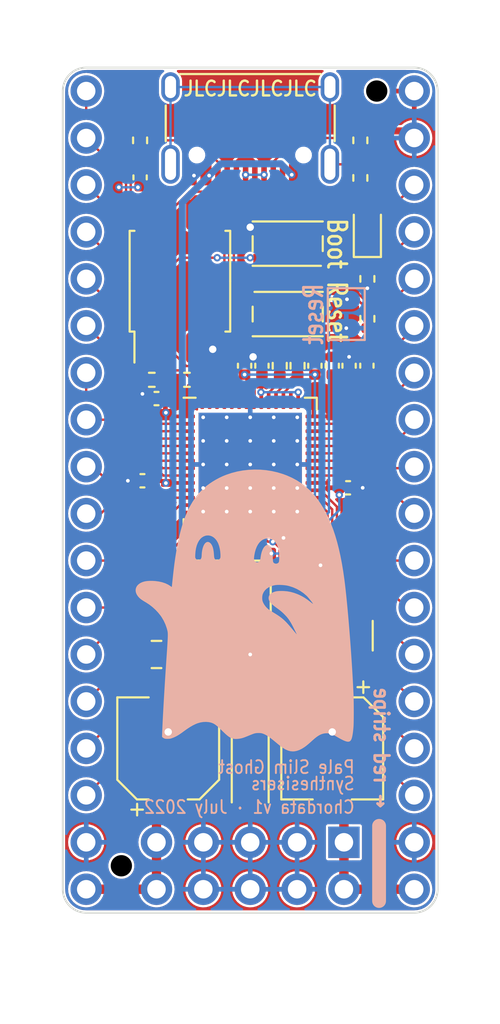
<source format=kicad_pcb>
(kicad_pcb (version 20211014) (generator pcbnew)
  (layers (0 "F.Cu" signal) (31 "B.Cu" signal) (34 "B.Paste" user) (35 "F.Paste" user) (36 "B.SilkS" user "B.Silkscreen") (37 "F.SilkS" user "F.Silkscreen") (38 "B.Mask" user) (39 "F.Mask" user) (44 "Edge.Cuts" user))
  (net 0 "")
  (net 1 "+1V1")
  (net 2 "GND")
  (net 3 "+3V3")
  (net 4 "Net-(C10-Pad1)")
  (net 5 "+12V")
  (net 6 "-12V")
  (net 7 "/XIN")
  (net 8 "Net-(C19-Pad1)")
  (net 9 "VBUS")
  (net 10 "Net-(J1-PadA5)")
  (net 11 "/USB_D-")
  (net 12 "/USB_D+")
  (net 14 "Net-(J1-PadB5)")
  (net 16 "Net-(J1-PadS1)")
  (net 17 "Net-(R3-Pad2)")
  (net 18 "Net-(R5-Pad2)")
  (net 19 "/QSPI_SS")
  (net 20 "Net-(R7-Pad2)")
  (net 21 "/RUN")
  (net 22 "/XOUT")
  (net 24 "/GPIO0")
  (net 25 "/GPIO1")
  (net 26 "/GPIO2")
  (net 27 "/GPIO3")
  (net 28 "/GPIO4")
  (net 29 "/GPIO5")
  (net 30 "/GPIO6")
  (net 31 "/GPIO7")
  (net 32 "/GPIO8")
  (net 33 "/GPIO9")
  (net 34 "/GPIO10")
  (net 35 "/GPIO11")
  (net 36 "/GPIO12")
  (net 37 "/GPIO13")
  (net 38 "/GPIO14")
  (net 39 "/GPIO15")
  (net 40 "/SWCLK")
  (net 41 "/SWD")
  (net 42 "/GPIO16")
  (net 43 "/GPIO17")
  (net 44 "/GPIO18")
  (net 45 "/GPIO19")
  (net 46 "/GPIO20")
  (net 47 "/GPIO21")
  (net 48 "/GPIO22")
  (net 49 "/GPIO23")
  (net 50 "/GPIO24")
  (net 51 "/GPIO25")
  (net 52 "/GPIO26_ADC0")
  (net 53 "/GPIO27_ADC1")
  (net 54 "/GPIO28_ADC2")
  (net 55 "/GPIO29_ADC3")
  (net 56 "/QSPI_SD3")
  (net 57 "/QSPI_SCLK")
  (net 58 "/QSPI_SD0")
  (net 59 "/QSPI_SD2")
  (net 60 "/QSPI_SD1")
  (net 61 "Net-(D3-Pad1)")
  (footprint "Capacitor_SMD:C_0402_1005Metric" (layer "F.Cu") (at 101.2952 49.149 90)
    (fp_text reference "C2")
    (fp_text value "100n")
  )
  (footprint "Capacitor_SMD:C_0805_2012Metric" (layer "F.Cu") (at 99.314 65.151 90)
    (fp_text reference "C10")
    (fp_text value "10u")
  )
  (footprint "Resistor_SMD:R_0402_1005Metric" (layer "F.Cu") (at 98.171 49.911)
    (fp_text reference "R6")
    (fp_text value "DNF")
  )
  (footprint "Capacitor_SMD:C_0805_2012Metric" (layer "F.Cu") (at 96.52 64.77)
    (fp_text reference "C14")
    (fp_text value "10u")
  )
  (footprint "Resistor_SMD:R_0402_1005Metric" (layer "F.Cu") (at 104.1654 49.149 -90)
    (fp_text reference "R5")
    (fp_text value "22")
  )
  (footprint "Capacitor_SMD:C_0402_1005Metric" (layer "F.Cu") (at 105.1052 49.149 90)
    (fp_text reference "C12")
    (fp_text value "1u")
  )
  (footprint "Capacitor_SMD:C_0402_1005Metric" (layer "F.Cu") (at 107.9246 49.1464 90)
    (fp_text reference "C5")
    (fp_text value "100n")
  )
  (footprint "Diode_SMD:D_SOD-123" (layer "F.Cu") (at 101.6 66.421 90)
    (fp_text reference "D2")
    (fp_text value "D_Schottky")
  )
  (footprint "Connector_PinHeader_2.54mm:PinHeader_1x18_P2.54mm_Vertical" (layer "F.Cu") (at 110.49 77.47 180)
    (fp_text reference "J4")
    (fp_text value "Conn_01x18")
  )
  (footprint "Capacitor_SMD:C_0402_1005Metric" (layer "F.Cu") (at 98.044 61.087 90)
    (fp_text reference "C18")
    (fp_text value "27p")
  )
  (footprint "Package_TO_SOT_SMD:SOT-23-5" (layer "F.Cu") (at 106.68 63.754 90)
    (fp_text reference "U1")
    (fp_text value "MIC5219-3.3YM5")
  )
  (footprint "Resistor_SMD:R_0402_1005Metric" (layer "F.Cu") (at 103.2002 49.149 -90)
    (fp_text reference "R3")
    (fp_text value "22")
  )
  (footprint "Capacitor_SMD:C_0402_1005Metric" (layer "F.Cu") (at 102.235 49.149 90)
    (fp_text reference "C9")
    (fp_text value "100n")
  )
  (footprint "Resistor_SMD:R_0402_1005Metric" (layer "F.Cu") (at 95.631 36.957 90)
    (fp_text reference "R2")
    (fp_text value "5k1")
  )
  (footprint "Package_DFN_QFN:QFN-56-1EP_7x7mm_P0.4mm_EP5.6x5.6mm_ThermalVias" (layer "F.Cu") (at 101.6 54.4905)
    (fp_text reference "U2")
    (fp_text value "RP2040")
  )
  (footprint "Pale Slim Ghost:SW_Push_1P1T_SKSGACE010" (layer "F.Cu") (at 103.632 42.545)
    (fp_text reference "SW1" hide)
    (fp_text value "SW_Push")
  )
  (footprint "Capacitor_SMD:C_0805_2012Metric" (layer "F.Cu") (at 103.886 65.151 90)
    (fp_text reference "C11")
    (fp_text value "10u")
  )
  (footprint "Resistor_SMD:R_0402_1005Metric" (layer "F.Cu") (at 107.569 38.989 -90)
    (fp_text reference "R4")
    (fp_text value "1M")
  )
  (footprint "Capacitor_SMD:C_0402_1005Metric" (layer "F.Cu") (at 95.758 55.372 180)
    (fp_text reference "C3" hide)
    (fp_text value "100n")
  )
  (footprint "Resistor_SMD:R_0402_1005Metric" (layer "F.Cu") (at 107.95 46.609 90)
    (fp_text reference "R8")
    (fp_text value "10k")
  )
  (footprint "Capacitor_SMD:C_0402_1005Metric" (layer "F.Cu") (at 106.045 49.149 90)
    (fp_text reference "C13")
    (fp_text value "1u")
  )
  (footprint "Capacitor_SMD:C_0402_1005Metric" (layer "F.Cu") (at 103.886 59.309)
    (fp_text reference "C1")
    (fp_text value "100n")
  )
  (footprint "Capacitor_SMD:C_0402_1005Metric" (layer "F.Cu") (at 105.41 60.706 -90)
    (fp_text reference "C4")
    (fp_text value "100n")
  )
  (footprint "Pale Slim Ghost:PinHeader_Shrouded_2x05_P2.54mm_Horizontal" (layer "F.Cu") (at 106.68 74.93 -90)
    (fp_text reference "J2")
    (fp_text value "Conn_02x05_Odd_Even")
  )
  (footprint "Capacitor_SMD:C_0402_1005Metric" (layer "F.Cu") (at 106.906 55.753)
    (fp_text reference "C8" hide)
    (fp_text value "100n")
  )
  (footprint "Capacitor_SMD:C_0402_1005Metric" (layer "F.Cu") (at 96.52 50.927 180)
    (fp_text reference "C6")
    (fp_text value "100n")
  )
  (footprint "Pale Slim Ghost:hole JLCPCB tooling" (layer "F.Cu") (at 108.458 34.29)
    (fp_text reference "H1" hide)
    (fp_text value "MountingHole")
  )
  (footprint "Resistor_SMD:R_0402_1005Metric" (layer "F.Cu") (at 96.266 49.911 180)
    (fp_text reference "R7")
    (fp_text value "1k")
  )
  (footprint "Capacitor_SMD:CP_Elec_5x4.5" (layer "F.Cu") (at 97.155 69.85 90)
    (fp_text reference "C15")
    (fp_text value "10μ")
  )
  (footprint "Crystal:Crystal_SMD_3225-4Pin_3.2x2.5mm" (layer "F.Cu") (at 100.711 61.341 180)
    (fp_text reference "Y1")
    (fp_text value "Crystal_GND24")
  )
  (footprint "Capacitor_SMD:CP_Elec_5x4.5" (layer "F.Cu") (at 106.045 69.85 -90)
    (fp_text reference "C16")
    (fp_text value "10μ")
  )
  (footprint "Connector_PinHeader_2.54mm:PinHeader_1x18_P2.54mm_Vertical" (layer "F.Cu") (at 92.71 34.29)
    (fp_text reference "J3")
    (fp_text value "Conn_01x18")
  )
  (footprint "Resistor_SMD:R_0402_1005Metric" (layer "F.Cu") (at 103.886 60.325 180)
    (fp_text reference "R9")
    (fp_text value "1k")
  )
  (footprint "Package_SO:SOIC-8_5.23x5.23mm_P1.27mm" (layer "F.Cu") (at 97.79 44.577 90)
    (fp_text reference "U3")
    (fp_text value "W25Q128JVS")
  )
  (footprint "Connector_USB:USB_C_Receptacle_XKB_U262-16XN-4BVC11" (layer "F.Cu") (at 101.6 35.148 180)
    (fp_text reference "J1")
    (fp_text value "USB_C_Receptacle_USB2.0")
  )
  (footprint "Pale Slim Ghost:hole JLCPCB tooling" (layer "F.Cu") (at 94.615 76.2)
    (fp_text reference "H2" hide)
    (fp_text value "MountingHole")
  )
  (footprint "Pale Slim Ghost:SW_Push_1P1T_SKSGACE010" (layer "F.Cu") (at 103.632 46.355 180)
    (fp_text reference "SW2" hide)
    (fp_text value "SW_Push")
  )
  (footprint "Resistor_SMD:R_0402_1005Metric" (layer "F.Cu") (at 107.95 44.45 90)
    (fp_text reference "R10")
    (fp_text value "330")
  )
  (footprint "Capacitor_SMD:C_0402_1005Metric" (layer "F.Cu") (at 95.631 38.961 90)
    (fp_text reference "C17")
    (fp_text value "100n")
  )
  (footprint "Capacitor_SMD:C_0402_1005Metric" (layer "F.Cu") (at 106.9594 49.149 90)
    (fp_text reference "C7")
    (fp_text value "100n")
  )
  (footprint "Resistor_SMD:R_0402_1005Metric" (layer "F.Cu") (at 107.569 36.957 90)
    (fp_text reference "R1")
    (fp_text value "5k1")
  )
  (footprint "LED_SMD:LED_0603_1608Metric" (layer "F.Cu") (at 107.95 41.783 90)
    (fp_text reference "D3" hide)
    (fp_text value "LED")
  )
  (footprint "Diode_SMD:D_SOD-123" (layer "F.Cu") (at 101.6 71.12 -90)
    (fp_text reference "D1")
    (fp_text value "D_Schottky")
  )
  (footprint "Capacitor_SMD:C_0402_1005Metric" (layer "F.Cu") (at 103.886 61.341)
    (fp_text reference "C19")
    (fp_text value "27p")
  )
  (footprint "Jumper:SolderJumper-2_P1.3mm_Open_Pad1.0x1.5mm" (layer "B.Cu") (at 106.807 46.355 90)
    (fp_text reference "JP1" hide)
    (fp_text value "Jumper_2_Open")
  )
  (footprint "Pale Slim Ghost:logo 12mm" (layer "B.Cu") (at 101.219 62.484 180)
    (fp_text reference "G1" hide)
    (fp_text value "Artwork" hide)
  )
  (gr_line (start 108.585 74.041) (end 108.585 78.105) (layer "B.SilkS") (width 0.75))
  (gr_line (start 110.49 78.74) (end 92.71 78.74) (layer "Edge.Cuts") (width 0.1))
  (gr_line (start 91.44 77.47) (end 91.44 34.29) (layer "Edge.Cuts") (width 0.1))
  (gr_line (start 111.76 34.29) (end 111.76 77.47) (layer "Edge.Cuts") (width 0.1))
  (gr_arc (start 92.71 78.74) (mid 91.811974 78.368026) (end 91.44 77.47) (layer "Edge.Cuts") (width 0.1))
  (gr_arc (start 91.44 34.29) (mid 91.811974 33.391974) (end 92.71 33.02) (layer "Edge.Cuts") (width 0.1))
  (gr_line (start 92.71 33.02) (end 110.49 33.02) (layer "Edge.Cuts") (width 0.1))
  (gr_arc (start 110.49 33.02) (mid 111.388026 33.391974) (end 111.76 34.29) (layer "Edge.Cuts") (width 0.1))
  (gr_arc (start 111.76 77.47) (mid 111.388026 78.368026) (end 110.49 78.74) (layer "Edge.Cuts") (width 0.1))
  (gr_text "Synthesisers" (at 107.315 71.755) (layer "B.SilkS") (effects (font (size 0.7 0.6) (thickness 0.1)) (justify left mirror)))
  (gr_text "Reset" (at 105.029 46.355 90) (layer "B.SilkS") (effects (font (size 1 0.8)) (justify mirror)))
  (gr_text "Chordata v1 · July 2022" (at 107.315 73.025) (layer "B.SilkS") (effects (font (size 0.7 0.6) (thickness 0.1)) (justify left mirror)))
  (gr_text "← red stripe" (at 108.712 69.85 270) (layer "B.SilkS") (effects (font (size 0.8 0.7)) (justify mirror)))
  (gr_text "Pale Slim Ghost" (at 107.315 70.866) (layer "B.SilkS") (effects (font (size 0.7 0.6) (thickness 0.1)) (justify left mirror)))
  (gr_text "Reset" (at 106.299 46.228 270) (layer "F.SilkS") (effects (font (size 1 0.8))))
  (gr_text "JLCJLCJLCJLC" (at 101.6 34.163) (layer "F.SilkS") (effects (font (size 0.8 0.7) (thickness 0.13))))
  (gr_text "Boot" (at 106.299 42.545 270) (layer "F.SilkS") (effects (font (size 1 0.8))))
  (segment (start 102.824292 58.670395) (end 102.866395 58.670395) (width 0.127) (layer "F.Cu") (net 1))
  (segment (start 101.2952 49.629) (end 101.4 49.7338) (width 0.127) (layer "F.Cu") (net 1))
  (segment (start 103.406 59.309) (end 103.406 59.21) (width 0.127) (layer "F.Cu") (net 1))
  (segment (start 103.845078 50.1904) (end 104.5438 50.1904) (width 0.127) (layer "F.Cu") (net 1))
  (segment (start 101.4 49.7338) (end 101.4 51.053) (width 0.127) (layer "F.Cu") (net 1))
  (segment (start 103.4 51.053) (end 103.4 50.635478) (width 0.127) (layer "F.Cu") (net 1))
  (segment (start 102.866395 58.670395) (end 102.87 58.674) (width 0.127) (layer "F.Cu") (net 1))
  (segment (start 102.2 58.304939) (end 102.2 57.928) (width 0.127) (layer "F.Cu") (net 1))
  (segment (start 102.565456 58.670395) (end 102.2 58.304939) (width 0.127) (layer "F.Cu") (net 1))
  (segment (start 103.406 59.21) (end 102.87 58.674) (width 0.127) (layer "F.Cu") (net 1))
  (segment (start 102.866395 58.670395) (end 102.565456 58.670395) (width 0.127) (layer "F.Cu") (net 1))
  (segment (start 103.4 50.635478) (end 103.845078 50.1904) (width 0.127) (layer "F.Cu") (net 1))
  (segment (start 104.5438 50.1904) (end 105.1052 49.629) (width 0.127) (layer "F.Cu") (net 1))
  (via (at 102.824292 58.670395) (size 0.4) (drill 0.2) (layers "F.Cu" "B.Cu") (net 1))
  (via (at 101.2952 49.629) (size 0.4) (drill 0.2) (layers "F.Cu" "B.Cu") (net 1))
  (via (at 105.1052 49.629) (size 0.4) (drill 0.2) (layers "F.Cu" "B.Cu") (net 1))
  (segment (start 103.40334 57.912) (end 104.158522 57.912) (width 0.127) (layer "B.Cu") (net 1))
  (segment (start 105.1052 56.965322) (end 105.1052 49.629) (width 0.127) (layer "B.Cu") (net 1))
  (segment (start 102.824292 58.670395) (end 102.824292 58.491048) (width 0.127) (layer "B.Cu") (net 1))
  (segment (start 101.2952 49.629) (end 105.1052 49.629) (width 0.127) (layer "B.Cu") (net 1))
  (segment (start 104.158522 57.912) (end 105.1052 56.965322) (width 0.127) (layer "B.Cu") (net 1))
  (segment (start 102.824292 58.491048) (end 103.40334 57.912) (width 0.127) (layer "B.Cu") (net 1))
  (segment (start 97.155 67.65) (end 97.155 68.961) (width 0.381) (layer "F.Cu") (net 2))
  (segment (start 101.2952 48.669) (end 102.235 48.669) (width 0.381) (layer "F.Cu") (net 2))
  (segment (start 98.25 38.818) (end 97.57498 39.49302) (width 0.127) (layer "F.Cu") (net 2))
  (segment (start 104.90998 59.85298) (end 104.90998 60.68598) (width 0.127) (layer "F.Cu") (net 2))
  (segment (start 96.04 50.8) (end 95.885 50.8) (width 0.127) (layer "F.Cu") (net 2))
  (segment (start 106.045 67.65) (end 106.045 68.961) (width 0.381) (layer "F.Cu") (net 2))
  (segment (start 107.922 48.669) (end 107.9246 48.6664) (width 0.381) (layer "F.Cu") (net 2))
  (segment (start 106.68 67.015) (end 106.68 64.8915) (width 0.381) (layer "F.Cu") (net 2))
  (segment (start 99.611 59.325594) (end 99.611 60.491) (width 0.127) (layer "F.Cu") (net 2))
  (segment (start 104.95 39.118) (end 104.95 38.818) (width 0.381) (layer "F.Cu") (net 2))
  (segment (start 102.082 41.7075) (end 101.6515 41.7075) (width 0.381) (layer "F.Cu") (net 2))
  (segment (start 108.331 36.83) (end 107.948 36.447) (width 0.381) (layer "F.Cu") (net 2))
  (segment (start 107.821 39.499) (end 108.331 38.989) (width 0.381) (layer "F.Cu") (net 2))
  (segment (start 95.12098 37.97098) (end 95.12098 36.95702) (width 0.127) (layer "F.Cu") (net 2))
  (segment (start 107.569 36.447) (end 107.948 36.447) (width 0.381) (layer "F.Cu") (net 2))
  (segment (start 98.044 60.607) (end 99.495 60.607) (width 0.381) (layer "F.Cu") (net 2))
  (segment (start 97.155 67.65) (end 97.155 65.085) (width 0.381) (layer "F.Cu") (net 2))
  (segment (start 110.107 36.447) (end 110.49 36.83) (width 0.381) (layer "F.Cu") (net 2))
  (segment (start 95.631 38.481) (end 95.12098 37.97098) (width 0.127) (layer "F.Cu") (net 2))
  (segment (start 97.155 65.085) (end 97.47 64.77) (width 0.381) (layer "F.Cu") (net 2))
  (segment (start 106.9594 48.669) (end 107.922 48.669) (width 0.381) (layer "F.Cu") (net 2))
  (segment (start 105.1052 48.669) (end 106.045 48.669) (width 0.381) (layer "F.Cu") (net 2))
  (segment (start 104.521 61.186) (end 105.41 61.186) (width 0.381) (layer "F.Cu") (net 2))
  (segment (start 100.6 57.3155) (end 100.325 57.0405) (width 0.127) (layer "F.Cu") (net 2))
  (segment (start 106.045 67.65) (end 106.68 67.015) (width 0.381) (layer "F.Cu") (net 2))
  (segment (start 107.95 44.96) (end 107.95 44.958) (width 0.127) (layer "F.Cu") (net 2))
  (segment (start 97.47 64.77) (end 98.039 64.201) (width 0.381) (layer "F.Cu") (net 2))
  (segment (start 104.366 61.341) (end 104.521 61.186) (width 0.381) (layer "F.Cu") (net 2))
  (segment (start 104.90998 60.68598) (end 105.41 61.186) (width 0.127) (layer "F.Cu") (net 2))
  (segment (start 103.886 64.201) (end 103.821 64.201) (width 0.381) (layer "F.Cu") (net 2))
  (segment (start 98.039 64.201) (end 99.314 64.201) (width 0.381) (layer "F.Cu") (net 2))
  (segment (start 99.568 48.26) (end 99.651 48.177) (width 0.381) (layer "F.Cu") (net 2))
  (segment (start 107.44798 39.62002) (end 107.569 39.499) (width 0.381) (layer "F.Cu") (net 2))
  (segment (start 95.12098 36.95702) (end 95.631 36.447) (width 0.127) (layer "F.Cu") (net 2))
  (segment (start 99.801 64.201) (end 101.811 62.191) (width 0.381) (layer "F.Cu") (net 2))
  (segment (start 107.569 39.499) (end 107.821 39.499) (width 0.381) (layer "F.Cu") (net 2))
  (segment (start 100.6 57.928) (end 100.6 57.3155) (width 0.127) (layer "F.Cu") (net 2))
  (segment (start 98.55 38.818) (end 98.55 38.86) (width 0.127) (layer "F.Cu") (net 2))
  (segment (start 105.45202 39.62002) (end 104.95 39.118) (width 0.381) (layer "F.Cu") (net 2))
  (segment (start 104.366 61.341) (end 103.516 62.191) (width 0.381) (layer "F.Cu") (net 2))
  (segment (start 104.366 59.309) (end 104.90998 59.85298) (width 0.127) (layer "F.Cu") (net 2))
  (segment (start 106.045 48.669) (end 106.9594 48.669) (width 0.381) (layer "F.Cu") (net 2))
  (segment (start 105.45202 39.62002) (end 107.44798 39.62002) (width 0.381) (layer "F.Cu") (net 2))
  (segment (start 100.6 57.928) (end 100.6 58.336594) (width 0.127) (layer "F.Cu") (net 2))
  (segment (start 103.821 64.201) (end 101.811 62.191) (width 0.381) (layer "F.Cu") (net 2))
  (segment (start 99.651 48.177) (end 99.695 48.177) (width 0.381) (layer "F.Cu") (net 2))
  (segment (start 99.314 64.201) (end 99.801 64.201) (width 0.381) (layer "F.Cu") (net 2))
  (segment (start 95.885 50.8) (end 95.758 50.673) (width 0.127) (layer "F.Cu") (net 2))
  (segment (start 100.6 58.336594) (end 99.611 59.325594) (width 0.127) (layer "F.Cu") (net 2))
  (segment (start 98.55 38.86) (end 98.552 38.862) (width 0.127) (layer "F.Cu") (net 2))
  (segment (start 106.807 47.117) (end 105.2575 47.117) (width 0.381) (layer "F.Cu") (net 2))
  (segment (start 108.331 38.989) (end 108.331 36.83) (width 0.381) (layer "F.Cu") (net 2))
  (segment (start 97.57498 39.49302) (end 96.64302 39.49302) (width 0.127) (layer "F.Cu") (net 2))
  (segment (start 107.948 36.447) (end 110.107 36.447) (width 0.381) (layer "F.Cu") (net 2))
  (segment (start 105.2575 47.117) (end 105.182 47.1925) (width 0.381) (layer "F.Cu") (net 2))
  (segment (start 99.495 60.607) (end 99.611 60.491) (width 0.381) (layer "F.Cu") (net 2))
  (segment (start 101.6515 41.7075) (end 101.6 41.656) (width 0.381) (layer "F.Cu") (net 2))
  (segment (start 96.64302 39.49302) (end 95.631 38.481) (width 0.127) (layer "F.Cu") (net 2))
  (segment (start 103.516 62.191) (end 101.811 62.191) (width 0.381) (layer "F.Cu") (net 2))
  (via (at 94.968 55.372) (size 0.4) (drill 0.2) (layers "F.Cu" "B.Cu") (net 2))
  (via (at 106.045 68.961) (size 0.8) (drill 0.4) (layers "F.Cu" "B.Cu") (net 2))
  (via (at 107.696 55.753) (size 0.4) (drill 0.2) (layers "F.Cu" "B.Cu") (net 2))
  (via (at 97.155 68.961) (size 0.8) (drill 0.4) (layers "F.Cu" "B.Cu") (net 2))
  (via (at 99.568 48.26) (size 0.8) (drill 0.4) (layers "F.Cu" "B.Cu") (net 2))
  (via (at 101.6 41.656) (size 0.8) (drill 0.4) (layers "F.Cu" "B.Cu") (net 2))
  (via (at 95.758 50.673) (size 0.4) (drill 0.2) (layers "F.Cu" "B.Cu") (net 2))
  (via (at 106.9594 48.669) (size 0.4) (drill 0.2) (layers "F.Cu" "B.Cu") (net 2))
  (via (at 106.807 47.117) (size 0.4) (drill 0.2) (layers "F.Cu" "B.Cu") (net 2))
  (via (at 98.552 38.862) (size 0.4) (drill 0.2) (layers "F.Cu" "B.Cu") (net 2))
  (via (at 101.755 48.669) (size 0.8) (drill 0.4) (layers "F.Cu" "B.Cu") (net 2))
  (via (at 107.95 44.958) (size 0.4) (drill 0.2) (layers "F.Cu" "B.Cu") (net 2))
  (segment (start 106.807 48.5166) (end 106.9594 48.669) (width 0.381) (layer "B.Cu") (net 2))
  (segment (start 106.807 47.117) (end 106.807 48.5166) (width 0.381) (layer "B.Cu") (net 2))
  (segment (start 102.2 50.600402) (end 102.2 51.053) (width 0.127) (layer "F.Cu") (net 3))
  (segment (start 95.569 39.441) (end 95.513 39.497) (width 0.127) (layer "F.Cu") (net 3))
  (segment (start 108.435909 49.115091) (end 108.435909 47.604909) (width 0.127) (layer "F.Cu") (net 3))
  (segment (start 104.203417 51.049583) (end 104.2 51.053) (width 0.127) (layer "F.Cu") (net 3))
  (segment (start 101.8 58.356465) (end 101.8 57.928) (width 0.127) (layer "F.Cu") (net 3))
  (segment (start 104.203417 50.5804) (end 104.203417 51.049583) (width 0.127) (layer "F.Cu") (net 3))
  (segment (start 95.631 39.441) (end 95.569 39.441) (width 0.127) (layer "F.Cu") (net 3))
  (segment (start 107.9246 49.6264) (end 108.435909 49.115091) (width 0.127) (layer "F.Cu") (net 3))
  (segment (start 108.435909 47.604909) (end 107.95 47.119) (width 0.127) (layer "F.Cu") (net 3))
  (segment (start 97 51.661) (end 97.028 51.689) (width 0.127) (layer "F.Cu") (net 3))
  (segment (start 102.747768 59.304233) (end 101.8 58.356465) (width 0.127) (layer "F.Cu") (net 3))
  (segment (start 97 50.927) (end 97 51.661) (width 0.127) (layer "F.Cu") (net 3))
  (segment (start 102.18264 50.583042) (end 102.2 50.600402) (width 0.127) (layer "F.Cu") (net 3))
  (via (at 105.41 59.944) (size 0.4) (drill 0.2) (layers "F.Cu" "B.Cu") (net 3))
  (via (at 102.747768 59.304233) (size 0.4) (drill 0.2) (layers "F.Cu" "B.Cu") (net 3))
  (via (at 102.18264 50.583042) (size 0.4) (drill 0.2) (layers "F.Cu" "B.Cu") (net 3))
  (via (at 94.47948 39.497) (size 0.4) (drill 0.2) (layers "F.Cu" "B.Cu") (net 3))
  (via (at 106.426 56.134) (size 0.4) (drill 0.2) (layers "F.Cu" "B.Cu") (net 3))
  (via (at 97.028 51.689) (size 0.4) (drill 0.2) (layers "F.Cu" "B.Cu") (net 3))
  (via (at 104.203417 50.5804) (size 0.4) (drill 0.2) (layers "F.Cu" "B.Cu") (net 3))
  (via (at 97.028 55.499) (size 0.4) (drill 0.2) (layers "F.Cu" "B.Cu") (net 3))
  (via (at 95.513 39.497) (size 0.4) (drill 0.2) (layers "F.Cu" "B.Cu") (net 3))
  (segment (start 105.41 59.944) (end 104.775 59.309) (width 0.127) (layer "B.Cu") (net 3))
  (segment (start 104.775 59.309) (end 104.013 59.309) (width 0.127) (layer "B.Cu") (net 3))
  (segment (start 104.013 59.309) (end 104.07691 59.309) (width 0.127) (layer "B.Cu") (net 3))
  (segment (start 97.028 51.689) (end 97.028 55.499) (width 0.127) (layer "B.Cu") (net 3))
  (segment (start 102.752535 59.309) (end 104.013 59.309) (width 0.127) (layer "B.Cu") (net 3))
  (segment (start 104.425955 58.959955) (end 106.426 56.95991) (width 0.127) (layer "B.Cu") (net 3))
  (segment (start 102.747768 59.304233) (end 102.752535 59.309) (width 0.127) (layer "B.Cu") (net 3))
  (segment (start 104.07691 59.309) (end 104.425955 58.959955) (width 0.127) (layer "B.Cu") (net 3))
  (segment (start 102.18264 50.583042) (end 102.185282 50.5804) (width 0.127) (layer "B.Cu") (net 3))
  (segment (start 102.185282 50.5804) (end 104.203417 50.5804) (width 0.127) (layer "B.Cu") (net 3))
  (segment (start 95.513 39.497) (end 94.47948 39.497) (width 0.127) (layer "B.Cu") (net 3))
  (segment (start 106.426 56.95991) (end 106.426 56.134) (width 0.127) (layer "B.Cu") (net 3))
  (segment (start 107.188 63.754) (end 107.63 64.196) (width 0.381) (layer "F.Cu") (net 4))
  (segment (start 101.6 68.071) (end 101.6 66.860113) (width 0.381) (layer "F.Cu") (net 4))
  (segment (start 103.442093 65.01802) (end 105.60348 65.01802) (width 0.381) (layer "F.Cu") (net 4))
  (segment (start 101.6 69.47) (end 101.6 68.071) (width 0.381) (layer "F.Cu") (net 4))
  (segment (start 100.840887 66.101) (end 101.6 66.860113) (width 0.381) (layer "F.Cu") (net 4))
  (segment (start 105.73 64.8915) (end 105.73 64.196) (width 0.381) (layer "F.Cu") (net 4))
  (segment (start 107.63 64.196) (end 107.63 64.8915) (width 0.381) (layer "F.Cu") (net 4))
  (segment (start 99.314 66.101) (end 100.840887 66.101) (width 0.381) (layer "F.Cu") (net 4))
  (segment (start 105.60348 65.01802) (end 105.73 64.8915) (width 0.381) (layer "F.Cu") (net 4))
  (segment (start 106.172 63.754) (end 107.188 63.754) (width 0.381) (layer "F.Cu") (net 4))
  (segment (start 101.6 66.860113) (end 103.442093 65.01802) (width 0.381) (layer "F.Cu") (net 4))
  (segment (start 105.73 64.196) (end 106.172 63.754) (width 0.381) (layer "F.Cu") (net 4))
  (segment (start 97.155 72.05) (end 100.88 72.05) (width 0.508) (layer "F.Cu") (net 5))
  (segment (start 100.88 72.05) (end 101.6 72.77) (width 0.508) (layer "F.Cu") (net 5))
  (segment (start 96.52 77.47) (end 96.52 74.93) (width 0.508) (layer "F.Cu") (net 5))
  (segment (start 96.52 72.685) (end 97.155 72.05) (width 0.508) (layer "F.Cu") (net 5))
  (segment (start 92.71 77.47) (end 96.52 77.47) (width 0.508) (layer "F.Cu") (net 5))
  (segment (start 96.52 74.93) (end 96.52 72.685) (width 0.508) (layer "F.Cu") (net 5))
  (segment (start 106.68 74.93) (end 106.68 77.47) (width 0.508) (layer "F.Cu") (net 6))
  (segment (start 110.49 77.47) (end 106.68 77.47) (width 0.508) (layer "F.Cu") (net 6))
  (segment (start 106.68 74.93) (end 106.68 72.685) (width 0.508) (layer "F.Cu") (net 6))
  (segment (start 106.68 72.685) (end 106.045 72.05) (width 0.508) (layer "F.Cu") (net 6))
  (segment (start 100.920989 58.007011) (end 101 57.928) (width 0.127) (layer "F.Cu") (net 7))
  (segment (start 99.611 62.191) (end 100.920989 60.881011) (width 0.127) (layer "F.Cu") (net 7))
  (segment (start 98.668 62.191) (end 99.611 62.191) (width 0.127) (layer "F.Cu") (net 7))
  (segment (start 100.920989 60.881011) (end 100.920989 58.007011) (width 0.127) (layer "F.Cu") (net 7))
  (segment (start 98.044 61.567) (end 98.668 62.191) (width 0.127) (layer "F.Cu") (net 7))
  (segment (start 101.977 60.325) (end 103.376 60.325) (width 0.127) (layer "F.Cu") (net 8))
  (segment (start 103.406 61.341) (end 103.406 60.355) (width 0.127) (layer "F.Cu") (net 8))
  (segment (start 103.406 60.355) (end 103.376 60.325) (width 0.127) (layer "F.Cu") (net 8))
  (segment (start 101.811 60.491) (end 101.977 60.325) (width 0.127) (layer "F.Cu") (net 8))
  (segment (start 101.6 64.771) (end 101.6 64.77) (width 0.381) (layer "F.Cu") (net 9))
  (segment (start 99.35 38.838502) (end 99.373498 38.862) (width 0.254) (layer "F.Cu") (net 9))
  (segment (start 99.35 38.818) (end 99.35 38.838502) (width 0.254) (layer "F.Cu") (net 9))
  (via (at 101.6 64.77) (size 0.4) (drill 0.2) (layers "F.Cu" "B.Cu") (net 9))
  (via (at 103.85 38.818) (size 0.4) (drill 0.2) (layers "F.Cu" "B.Cu") (net 9))
  (via (at 99.373498 38.862) (size 0.4) (drill 0.2) (layers "F.Cu" "B.Cu") (net 9))
  (segment (start 99.373498 38.862) (end 100.008498 38.227) (width 0.381) (layer "B.Cu") (net 9))
  (segment (start 103.259 38.227) (end 103.85 38.818) (width 0.381) (layer "B.Cu") (net 9))
  (segment (start 97.917 61.087) (end 97.917 40.318498) (width 0.381) (layer "B.Cu") (net 9))
  (segment (start 97.917 40.318498) (end 99.373498 38.862) (width 0.381) (layer "B.Cu") (net 9))
  (segment (start 101.6 64.77) (end 97.917 61.087) (width 0.381) (layer "B.Cu") (net 9))
  (segment (start 100.008498 38.227) (end 103.259 38.227) (width 0.381) (layer "B.Cu") (net 9))
  (segment (start 104.14 36.83) (end 102.85 38.12) (width 0.127) (layer "F.Cu") (net 10))
  (segment (start 107.569 37.467) (end 106.932 36.83) (width 0.127) (layer "F.Cu") (net 10))
  (segment (start 102.85 38.12) (end 102.85 38.818) (width 0.127) (layer "F.Cu") (net 10))
  (segment (start 106.932 36.83) (end 104.14 36.83) (width 0.127) (layer "F.Cu") (net 10))
  (segment (start 101.346 38.818) (end 101.35 38.818) (width 0.254) (layer "F.Cu") (net 11))
  (segment (start 104.0003 40.660886) (end 103.202289 39.862875) (width 0.508) (layer "F.Cu") (net 11))
  (segment (start 102.35 38.818) (end 102.35 39.854371) (width 0.254) (layer "F.Cu") (net 11))
  (segment (start 104.1654 48.639) (end 104.0003 48.4739) (width 0.508) (layer "F.Cu") (net 11))
  (segment (start 103.201809 39.863355) (end 103.201195 39.862741) (width 0.508) (layer "F.Cu") (net 11))
  (segment (start 103.201195 39.862741) (end 103.201061 39.862875) (width 0.508) (layer "F.Cu") (net 11))
  (segment (start 104.0003 48.4739) (end 104.0003 40.660886) (width 0.508) (layer "F.Cu") (net 11))
  (segment (start 103.201061 39.862875) (end 102.477137 39.862875) (width 0.508) (layer "F.Cu") (net 11))
  (segment (start 103.202289 39.862875) (end 103.201809 39.863355) (width 0.508) (layer "F.Cu") (net 11))
  (via (at 102.35 38.818) (size 0.4) (drill 0.2) (layers "F.Cu" "B.Cu") (net 11))
  (via (at 101.35 38.818) (size 0.4) (drill 0.2) (layers "F.Cu" "B.Cu") (net 11))
  (segment (start 102.35 38.818) (end 101.35 38.818) (width 0.127) (layer "B.Cu") (net 11))
  (segment (start 103.3653 40.923914) (end 102.939261 40.497875) (width 0.508) (layer "F.Cu") (net 12))
  (segment (start 101.727 37.973) (end 101.85 38.096) (width 0.127) (layer "F.Cu") (net 12))
  (segment (start 100.965 37.973) (end 101.727 37.973) (width 0.127) (layer "F.Cu") (net 12))
  (segment (start 103.3653 48.4739) (end 103.3653 40.923914) (width 0.508) (layer "F.Cu") (net 12))
  (segment (start 100.85 38.818) (end 100.85 38.088) (width 0.127) (layer "F.Cu") (net 12))
  (segment (start 101.85 38.096) (end 101.85 38.818) (width 0.127) (layer "F.Cu") (net 12))
  (segment (start 102.939261 40.497875) (end 101.977837 40.497875) (width 0.508) (layer "F.Cu") (net 12))
  (segment (start 101.85 38.818) (end 101.85 40.47875) (width 0.254) (layer "F.Cu") (net 12))
  (segment (start 100.85 38.088) (end 100.965 37.973) (width 0.127) (layer "F.Cu") (net 12))
  (segment (start 103.2002 48.639) (end 103.3653 48.4739) (width 0.508) (layer "F.Cu") (net 12))
  (segment (start 99.85 38.128) (end 99.85 38.818) (width 0.127) (layer "F.Cu") (net 14))
  (segment (start 98.679 36.957) (end 99.85 38.128) (width 0.127) (layer "F.Cu") (net 14))
  (segment (start 95.631 37.467) (end 96.141 36.957) (width 0.127) (layer "F.Cu") (net 14))
  (segment (start 96.141 36.957) (end 98.679 36.957) (width 0.127) (layer "F.Cu") (net 14))
  (segment (start 107.343 38.253) (end 105.92 38.253) (width 0.127) (layer "F.Cu") (net 16))
  (segment (start 107.569 38.479) (end 107.343 38.253) (width 0.127) (layer "F.Cu") (net 16))
  (segment (start 105.92 34.073) (end 105.92 38.253) (width 0.127) (layer "B.Cu") (net 16))
  (segment (start 97.28 34.073) (end 105.92 34.073) (width 0.127) (layer "B.Cu") (net 16))
  (segment (start 97.28 38.253) (end 97.28 34.073) (width 0.127) (layer "B.Cu") (net 16))
  (segment (start 102.6 51.053) (end 102.6 50.6128) (width 0.127) (layer "F.Cu") (net 17))
  (segment (start 103.2002 50.0126) (end 103.2002 49.659) (width 0.127) (layer "F.Cu") (net 17))
  (segment (start 102.6 50.6128) (end 103.2002 50.0126) (width 0.127) (layer "F.Cu") (net 17))
  (segment (start 103 50.638847) (end 103.979847 49.659) (width 0.127) (layer "F.Cu") (net 18))
  (segment (start 103 51.053) (end 103 50.638847) (width 0.127) (layer "F.Cu") (net 18))
  (segment (start 103.979847 49.659) (end 104.1654 49.659) (width 0.127) (layer "F.Cu") (net 18))
  (segment (start 96.776 49.655) (end 97.03002 49.40098) (width 0.127) (layer "F.Cu") (net 19))
  (segment (start 96.776 49.911) (end 96.776 49.655) (width 0.127) (layer "F.Cu") (net 19))
  (segment (start 95.885 48.177) (end 95.885 48.18786) (width 0.127) (layer "F.Cu") (net 19))
  (segment (start 98.440647 49.911) (end 98.681 49.911) (width 0.127) (layer "F.Cu") (net 19))
  (segment (start 97.09812 49.40098) (end 97.28602 49.40098) (width 0.127) (layer "F.Cu") (net 19))
  (segment (start 98.681 49.911) (end 99 50.23) (width 0.127) (layer "F.Cu") (net 19))
  (segment (start 97.930627 49.40098) (end 98.440647 49.911) (width 0.127) (layer "F.Cu") (net 19))
  (segment (start 99 50.23) (end 99 51.053) (width 0.127) (layer "F.Cu") (net 19))
  (segment (start 97.28602 49.40098) (end 97.930627 49.40098) (width 0.127) (layer "F.Cu") (net 19))
  (segment (start 95.885 48.18786) (end 97.09812 49.40098) (width 0.127) (layer "F.Cu") (net 19))
  (segment (start 97.03002 49.40098) (end 97.28602 49.40098) (width 0.127) (layer "F.Cu") (net 19))
  (segment (start 97.78904 43.307) (end 99.81 43.307) (width 0.127) (layer "F.Cu") (net 20))
  (segment (start 95.756 49.911) (end 95.37652 49.53152) (width 0.127) (layer "F.Cu") (net 20))
  (segment (start 102.0065 43.307) (end 102.082 43.3825) (width 0.127) (layer "F.Cu") (net 20))
  (segment (start 95.37652 49.40452) (end 95.37652 45.71952) (width 0.127) (layer "F.Cu") (net 20))
  (segment (start 95.37652 49.53152) (end 95.37652 49.276) (width 0.127) (layer "F.Cu") (net 20))
  (segment (start 95.37652 45.71952) (end 97.78904 43.307) (width 0.127) (layer "F.Cu") (net 20))
  (segment (start 101.6 43.307) (end 102.0065 43.307) (width 0.127) (layer "F.Cu") (net 20))
  (via (at 99.81 43.307) (size 0.4) (drill 0.2) (layers "F.Cu" "B.Cu") (net 20))
  (via (at 101.6 43.307) (size 0.4) (drill 0.2) (layers "F.Cu" "B.Cu") (net 20))
  (segment (start 101.544 43.307) (end 101.6 43.307) (width 0.127) (layer "B.Cu") (net 20))
  (segment (start 99.81 43.307) (end 101.544 43.307) (width 0.127) (layer "B.Cu") (net 20))
  (segment (start 107.95 46.099) (end 107.3685 45.5175) (width 0.127) (layer "F.Cu") (net 21))
  (segment (start 107.3685 45.5175) (end 105.182 45.5175) (width 0.127) (layer "F.Cu") (net 21))
  (segment (start 103.4 57.928) (end 103.4 58.459527) (width 0.127) (layer "F.Cu") (net 21))
  (segment (start 103.4 58.459527) (end 103.403686 58.463213) (width 0.127) (layer "F.Cu") (net 21))
  (via (at 106.845 45.555) (size 0.4) (drill 0.2) (layers "F.Cu" "B.Cu") (net 21))
  (via (at 103.403686 58.463213) (size 0.4) (drill 0.2) (layers "F.Cu" "B.Cu") (net 21))
  (segment (start 105.86698 57.07402) (end 105.86698 46.53302) (width 0.127) (layer "B.Cu") (net 21))
  (segment (start 104.477787 58.463213) (end 105.86698 57.07402) (width 0.127) (layer "B.Cu") (net 21))
  (segment (start 105.86698 46.53302) (end 106.807 45.593) (width 0.127) (layer "B.Cu") (net 21))
  (segment (start 103.403686 58.463213) (end 104.477787 58.463213) (width 0.127) (layer "B.Cu") (net 21))
  (segment (start 103.88002 59.80902) (end 102.701011 59.80902) (width 0.127) (layer "F.Cu") (net 22))
  (segment (start 101.4 58.508009) (end 101.4 57.928) (width 0.127) (layer "F.Cu") (net 22))
  (segment (start 104.396 60.325) (end 103.88002 59.80902) (width 0.127) (layer "F.Cu") (net 22))
  (segment (start 102.701011 59.80902) (end 101.4 58.508009) (width 0.127) (layer "F.Cu") (net 22))
  (segment (start 92.71 34.29) (end 92.71 35.325647) (width 0.127) (layer "F.Cu") (net 24))
  (segment (start 96.605686 52.2905) (end 98.1625 52.2905) (width 0.127) (layer "F.Cu") (net 24))
  (segment (start 94.86746 37.483107) (end 94.86746 38.628929) (width 0.127) (layer "F.Cu") (net 24))
  (segment (start 94.86746 38.628929) (end 95.123 38.884469) (width 0.127) (layer "F.Cu") (net 24))
  (segment (start 95.123 50.807814) (end 96.605686 52.2905) (width 0.127) (layer "F.Cu") (net 24))
  (segment (start 92.71 35.325647) (end 94.86746 37.483107) (width 0.127) (layer "F.Cu") (net 24))
  (segment (start 95.123 38.884469) (end 95.123 50.807814) (width 0.127) (layer "F.Cu") (net 24))
  (segment (start 94.86948 50.912826) (end 96.647154 52.6905) (width 0.127) (layer "F.Cu") (net 25))
  (segment (start 94.86948 38.98948) (end 94.86948 50.912826) (width 0.127) (layer "F.Cu") (net 25))
  (segment (start 96.647154 52.6905) (end 98.1625 52.6905) (width 0.127) (layer "F.Cu") (net 25))
  (segment (start 92.71 36.83) (end 94.86948 38.98948) (width 0.127) (layer "F.Cu") (net 25))
  (segment (start 94.61596 51.017836) (end 94.61596 41.27596) (width 0.127) (layer "F.Cu") (net 26))
  (segment (start 96.688622 53.0905) (end 94.61596 51.017836) (width 0.127) (layer "F.Cu") (net 26))
  (segment (start 94.61596 41.27596) (end 92.71 39.37) (width 0.127) (layer "F.Cu") (net 26))
  (segment (start 98.1625 53.0905) (end 96.688622 53.0905) (width 0.127) (layer "F.Cu") (net 26))
  (segment (start 94.36244 43.56244) (end 94.36244 51.122848) (width 0.127) (layer "F.Cu") (net 27))
  (segment (start 94.36244 51.122848) (end 96.730092 53.4905) (width 0.127) (layer "F.Cu") (net 27))
  (segment (start 96.730092 53.4905) (end 98.1625 53.4905) (width 0.127) (layer "F.Cu") (net 27))
  (segment (start 92.71 41.91) (end 94.36244 43.56244) (width 0.127) (layer "F.Cu") (net 27))
  (segment (start 98.1625 53.8905) (end 96.77156 53.8905) (width 0.127) (layer "F.Cu") (net 28))
  (segment (start 94.10892 45.84892) (end 92.71 44.45) (width 0.127) (layer "F.Cu") (net 28))
  (segment (start 96.77156 53.8905) (end 94.10892 51.227858) (width 0.127) (layer "F.Cu") (net 28))
  (segment (start 94.10892 51.227858) (end 94.10892 45.84892) (width 0.127) (layer "F.Cu") (net 28))
  (segment (start 98.1625 54.2905) (end 96.813028 54.2905) (width 0.127) (layer "F.Cu") (net 29))
  (segment (start 93.8554 51.332869) (end 93.8554 50.0356) (width 0.127) (layer "F.Cu") (net 29))
  (segment (start 96.813028 54.2905) (end 96.666548 54.14402) (width 0.127) (layer "F.Cu") (net 29))
  (segment (start 93.8554 48.1354) (end 93.8554 50.0356) (width 0.127) (layer "F.Cu") (net 29))
  (segment (start 96.666548 54.14402) (end 93.8554 51.332869) (width 0.127) (layer "F.Cu") (net 29))
  (segment (start 92.71 46.99) (end 93.8554 48.1354) (width 0.127) (layer "F.Cu") (net 29))
  (segment (start 92.71 50.546) (end 92.71 49.53) (width 0.127) (layer "F.Cu") (net 30))
  (segment (start 98.1625 54.6905) (end 96.8545 54.6905) (width 0.127) (layer "F.Cu") (net 30))
  (segment (start 96.8545 54.6905) (end 92.71 50.546) (width 0.127) (layer "F.Cu") (net 30))
  (segment (start 92.71 52.07) (end 93.875468 52.07) (width 0.127) (layer "F.Cu") (net 31))
  (segment (start 96.895968 55.0905) (end 98.1625 55.0905) (width 0.127) (layer "F.Cu") (net 31))
  (segment (start 93.875468 52.07) (end 96.895968 55.0905) (width 0.127) (layer "F.Cu") (net 31))
  (segment (start 92.71 54.61) (end 93.091 54.61) (width 0.127) (layer "F.Cu") (net 32))
  (segment (start 94.3715 55.8905) (end 98.1625 55.8905) (width 0.127) (layer "F.Cu") (net 32))
  (segment (start 93.091 54.61) (end 94.3715 55.8905) (width 0.127) (layer "F.Cu") (net 32))
  (segment (start 92.71 57.15) (end 93.5015 57.15) (width 0.127) (layer "F.Cu") (net 33))
  (segment (start 93.5015 57.15) (end 94.361 56.2905) (width 0.127) (layer "F.Cu") (net 33))
  (segment (start 94.361 56.2905) (end 98.1625 56.2905) (width 0.127) (layer "F.Cu") (net 33))
  (segment (start 92.71 59.69) (end 96.056936 59.69) (width 0.127) (layer "F.Cu") (net 34))
  (segment (start 97.40948 58.337456) (end 97.40948 57.066581) (width 0.127) (layer "F.Cu") (net 34))
  (segment (start 97.40948 57.066581) (end 97.785561 56.6905) (width 0.127) (layer "F.Cu") (net 34))
  (segment (start 97.785561 56.6905) (end 98.1625 56.6905) (width 0.127) (layer "F.Cu") (net 34))
  (segment (start 96.056936 59.69) (end 97.40948 58.337456) (width 0.127) (layer "F.Cu") (net 34))
  (segment (start 93.875468 62.23) (end 97.663 58.442468) (width 0.127) (layer "F.Cu") (net 35))
  (segment (start 92.71 62.23) (end 93.875468 62.23) (width 0.127) (layer "F.Cu") (net 35))
  (segment (start 97.663 57.59) (end 98.1625 57.0905) (width 0.127) (layer "F.Cu") (net 35))
  (segment (start 97.663 58.442468) (end 97.663 57.59) (width 0.127) (layer "F.Cu") (net 35))
  (segment (start 92.71 64.77) (end 94.11942 63.36058) (width 0.127) (layer "F.Cu") (net 36))
  (segment (start 94.11942 62.34458) (end 97.79 58.674) (width 0.127) (layer "F.Cu") (net 36))
  (segment (start 98.828468 58.674) (end 99 58.502468) (width 0.127) (layer "F.Cu") (net 36))
  (segment (start 99 58.502468) (end 99 57.928) (width 0.127) (layer "F.Cu") (net 36))
  (segment (start 94.11942 63.36058) (end 94.11942 62.34458) (width 0.127) (layer "F.Cu") (net 36))
  (segment (start 97.79 58.674) (end 98.828468 58.674) (width 0.127) (layer "F.Cu") (net 36))
  (segment (start 98.933479 58.92752) (end 99.4 58.461) (width 0.127) (layer "F.Cu") (net 37))
  (segment (start 92.71 67.31) (end 94.37294 65.64706) (width 0.127) (layer "F.Cu") (net 37))
  (segment (start 97.895012 58.92752) (end 98.933479 58.92752) (width 0.127) (layer "F.Cu") (net 37))
  (segment (start 94.37294 65.64706) (end 94.37294 62.449592) (width 0.127) (layer "F.Cu") (net 37))
  (segment (start 99.4 58.461) (end 99.4 57.928) (width 0.127) (layer "F.Cu") (net 37))
  (segment (start 94.37294 62.449592) (end 97.895012 58.92752) (width 0.127) (layer "F.Cu") (net 37))
  (segment (start 94.62646 62.554604) (end 98.000024 59.18104) (width 0.127) (layer "F.Cu") (net 38))
  (segment (start 99.038491 59.18104) (end 99.8 58.419531) (width 0.127) (layer "F.Cu") (net 38))
  (segment (start 94.62646 67.93354) (end 94.62646 62.554604) (width 0.127) (layer "F.Cu") (net 38))
  (segment (start 99.8 58.419531) (end 99.8 57.928) (width 0.127) (layer "F.Cu") (net 38))
  (segment (start 92.71 69.85) (end 94.62646 67.93354) (width 0.127) (layer "F.Cu") (net 38))
  (segment (start 98.000024 59.18104) (end 99.038491 59.18104) (width 0.127) (layer "F.Cu") (net 38))
  (segment (start 94.87998 70.22002) (end 92.71 72.39) (width 0.127) (layer "F.Cu") (net 39))
  (segment (start 99.143502 59.43456) (end 98.105036 59.43456) (width 0.127) (layer "F.Cu") (net 39))
  (segment (start 94.87998 62.659616) (end 94.87998 70.22002) (width 0.127) (layer "F.Cu") (net 39))
  (segment (start 100.2 58.378061) (end 99.143502 59.43456) (width 0.127) (layer "F.Cu") (net 39))
  (segment (start 98.105036 59.43456) (end 94.87998 62.659616) (width 0.127) (layer "F.Cu") (net 39))
  (segment (start 100.2 57.928) (end 100.2 58.378061) (width 0.127) (layer "F.Cu") (net 39))
  (segment (start 103.8 58.334) (end 103.8 57.928) (width 0.127) (layer "F.Cu") (net 42))
  (segment (start 108.12002 61.76502) (end 105.15552 58.80052) (width 0.127) (layer "F.Cu") (net 42))
  (segment (start 108.12002 70.02002) (end 108.12002 61.76502) (width 0.127) (layer "F.Cu") (net 42))
  (segment (start 105.15552 58.80052) (end 104.26652 58.80052) (width 0.127) (layer "F.Cu") (net 42))
  (segment (start 110.49 72.39) (end 108.12002 70.02002) (width 0.127) (layer "F.Cu") (net 42))
  (segment (start 104.26652 58.80052) (end 103.8 58.334) (width 0.127) (layer "F.Cu") (net 42))
  (segment (start 108.37354 67.73354) (end 108.37354 61.660008) (width 0.127) (layer "F.Cu") (net 43))
  (segment (start 104.2 58.375468) (end 104.2 57.928) (width 0.127) (layer "F.Cu") (net 43))
  (segment (start 105.260532 58.547) (end 104.371532 58.547) (width 0.127) (layer "F.Cu") (net 43))
  (segment (start 110.49 69.85) (end 108.37354 67.73354) (width 0.127) (layer "F.Cu") (net 43))
  (segment (start 108.37354 61.660008) (end 105.260532 58.547) (width 0.127) (layer "F.Cu") (net 43))
  (segment (start 104.371532 58.547) (end 104.2 58.375468) (width 0.127) (layer "F.Cu") (net 43))
  (segment (start 108.62706 61.51006) (end 105.53748 58.420479) (width 0.127) (layer "F.Cu") (net 44))
  (segment (start 110.49 67.31) (end 108.62706 65.44706) (width 0.127) (layer "F.Cu") (net 44))
  (segment (start 105.455907 57.0905) (end 105.0375 57.0905) (width 0.127) (layer "F.Cu") (net 44))
  (segment (start 105.53748 57.172073) (end 105.455907 57.0905) (width 0.127) (layer "F.Cu") (net 44))
  (segment (start 108.62706 65.44706) (end 108.62706 61.51006) (width 0.127) (layer "F.Cu") (net 44))
  (segment (start 105.53748 58.420479) (end 105.53748 57.172073) (width 0.127) (layer "F.Cu") (net 44))
  (segment (start 108.88058 61.405048) (end 105.791 58.315468) (width 0.127) (layer "F.Cu") (net 45))
  (segment (start 105.791 58.315468) (end 105.791 57.067061) (width 0.127) (layer "F.Cu") (net 45))
  (segment (start 108.88058 63.16058) (end 108.88058 61.405048) (width 0.127) (layer "F.Cu") (net 45))
  (segment (start 105.791 57.067061) (end 105.414439 56.6905) (width 0.127) (layer "F.Cu") (net 45))
  (segment (start 110.49 64.77) (end 108.88058 63.16058) (width 0.127) (layer "F.Cu") (net 45))
  (segment (start 105.414439 56.6905) (end 105.0375 56.6905) (width 0.127) (layer "F.Cu") (net 45))
  (segment (start 110.064064 62.23) (end 110.49 62.23) (width 0.127) (layer "F.Cu") (net 46))
  (segment (start 106.04452 58.210456) (end 110.064064 62.23) (width 0.127) (layer "F.Cu") (net 46))
  (segment (start 106.04452 56.920581) (end 106.04452 58.210456) (width 0.127) (layer "F.Cu") (net 46))
  (segment (start 105.0375 56.2905) (end 105.414439 56.2905) (width 0.127) (layer "F.Cu") (net 46))
  (segment (start 105.414439 56.2905) (end 106.04452 56.920581) (width 0.127) (layer "F.Cu") (net 46))
  (segment (start 106.29804 58.105444) (end 106.29804 56.774101) (width 0.127) (layer "F.Cu") (net 47))
  (segment (start 105.414439 55.8905) (end 105.0375 55.8905) (width 0.127) (layer "F.Cu") (net 47))
  (segment (start 107.882596 59.69) (end 106.29804 58.105444) (width 0.127) (layer "F.Cu") (net 47))
  (segment (start 106.29804 56.774101) (end 105.414439 55.8905) (width 0.127) (layer "F.Cu") (net 47))
  (segment (start 110.49 59.69) (end 107.882596 59.69) (width 0.127) (layer "F.Cu") (net 47))
  (segment (start 108.4305 55.0905) (end 110.49 57.15) (width 0.127) (layer "F.Cu") (net 48))
  (segment (start 105.0375 55.0905) (end 108.4305 55.0905) (width 0.127) (layer "F.Cu") (net 48))
  (segment (start 105.0375 54.6905) (end 110.4095 54.6905) (width 0.127) (layer "F.Cu") (net 49))
  (segment (start 110.4095 54.6905) (end 110.49 54.61) (width 0.127) (layer "F.Cu") (net 49))
  (segment (start 110.49 52.2585) (end 110.49 52.07) (width 0.127) (layer "F.Cu") (net 50))
  (segment (start 108.458 54.2905) (end 110.49 52.2585) (width 0.127) (layer "F.Cu") (net 50))
  (segment (start 105.0375 54.2905) (end 108.458 54.2905) (width 0.127) (layer "F.Cu") (net 50))
  (segment (start 105.0375 53.8905) (end 106.211564 53.8905) (width 0.127) (layer "F.Cu") (net 51))
  (segment (start 110.49 49.612064) (end 110.49 49.53) (width 0.127) (layer "F.Cu") (net 51))
  (segment (start 106.211564 53.8905) (end 110.49 49.612064) (width 0.127) (layer "F.Cu") (net 51))
  (segment (start 109.449989 50.293543) (end 106.253032 53.4905) (width 0.127) (layer "F.Cu") (net 52))
  (segment (start 110.49 47.094531) (end 109.449989 48.134542) (width 0.127) (layer "F.Cu") (net 52))
  (segment (start 110.49 46.99) (end 110.49 47.094531) (width 0.127) (layer "F.Cu") (net 52))
  (segment (start 109.449989 48.134542) (end 109.449989 50.293543) (width 0.127) (layer "F.Cu") (net 52))
  (segment (start 106.253032 53.4905) (end 105.0375 53.4905) (width 0.127) (layer "F.Cu") (net 52))
  (segment (start 110.49 44.45) (end 109.196469 45.743531) (width 0.127) (layer "F.Cu") (net 53))
  (segment (start 109.196469 45.743531) (end 109.196469 50.188531) (width 0.127) (layer "F.Cu") (net 53))
  (segment (start 106.2945 53.0905) (end 105.0375 53.0905) (width 0.127) (layer "F.Cu") (net 53))
  (segment (start 109.196469 50.188531) (end 106.2945 53.0905) (width 0.127) (layer "F.Cu") (net 53))
  (segment (start 106.335968 52.6905) (end 105.0375 52.6905) (width 0.127) (layer "F.Cu") (net 54))
  (segment (start 108.942949 50.083519) (end 106.335968 52.6905) (width 0.127) (layer "F.Cu") (net 54))
  (segment (start 108.942949 43.457051) (end 108.942949 50.083519) (width 0.127) (layer "F.Cu") (net 54))
  (segment (start 110.49 41.91) (end 108.942949 43.457051) (width 0.127) (layer "F.Cu") (net 54))
  (segment (start 108.689429 49.978507) (end 106.377436 52.2905) (width 0.127) (layer "F.Cu") (net 55))
  (segment (start 108.689429 41.170571) (end 108.689429 49.978507) (width 0.127) (layer "F.Cu") (net 55))
  (segment (start 106.377436 52.2905) (end 105.0375 52.2905) (width 0.127) (layer "F.Cu") (net 55))
  (segment (start 110.49 39.37) (end 108.689429 41.170571) (width 0.127) (layer "F.Cu") (net 55))
  (segment (start 100.71052 50.386581) (end 100.71052 40.153988) (width 0.127) (layer "F.Cu") (net 56))
  (segment (start 97.155 40.894) (end 97.155 40.977) (width 0.127) (layer "F.Cu") (net 56))
  (segment (start 98.31554 39.73346) (end 97.155 40.894) (width 0.127) (layer "F.Cu") (net 56))
  (segment (start 101 51.053) (end 101 50.676061) (width 0.127) (layer "F.Cu") (net 56))
  (segment (start 100.71052 40.153988) (end 100.289992 39.73346) (width 0.127) (layer "F.Cu") (net 56))
  (segment (start 101 50.676061) (end 100.71052 50.386581) (width 0.127) (layer "F.Cu") (net 56))
  (segment (start 100.289992 39.73346) (end 98.31554 39.73346) (width 0.127) (layer "F.Cu") (net 56))
  (segment (start 100.457 50.533061) (end 100.6 50.676061) (width 0.127) (layer "F.Cu") (net 57))
  (segment (start 100.18498 39.98698) (end 100.457 40.259) (width 0.127) (layer "F.Cu") (net 57))
  (segment (start 100.6 50.676061) (end 100.6 51.053) (width 0.127) (layer "F.Cu") (net 57))
  (segment (start 100.457 40.259) (end 100.457 50.533061) (width 0.127) (layer "F.Cu") (net 57))
  (segment (start 98.425 40.1955) (end 98.63352 39.98698) (width 0.127) (layer "F.Cu") (net 57))
  (segment (start 98.63352 39.98698) (end 100.18498 39.98698) (width 0.127) (layer "F.Cu") (net 57))
  (segment (start 98.425 40.977) (end 98.425 40.1955) (width 0.127) (layer "F.Cu") (net 57))
  (segment (start 99.695 40.977) (end 100.2 41.482) (width 0.127) (layer "F.Cu") (net 58))
  (segment (start 100.2 41.482) (end 100.2 51.053) (width 0.127) (layer "F.Cu") (net 58))
  (segment (start 98.425 48.177) (end 98.425 48.18786) (width 0.127) (layer "F.Cu") (net 59))
  (segment (start 99.8 49.56286) (end 99.8 51.053) (width 0.127) (layer "F.Cu") (net 59))
  (segment (start 98.425 48.18786) (end 99.8 49.56286) (width 0.127) (layer "F.Cu") (net 59))
  (segment (start 99.4 49.521392) (end 99.4 51.053) (width 0.127) (layer "F.Cu") (net 60))
  (segment (start 97.155 48.177) (end 97.155 48.18786) (width 0.127) (layer "F.Cu") (net 60))
  (segment (start 97.155 48.18786) (end 98.13416 49.16702) (width 0.127) (layer "F.Cu") (net 60))
  (segment (start 99.045628 49.16702) (end 99.4 49.521392) (width 0.127) (layer "F.Cu") (net 60))
  (segment (start 98.13416 49.16702) (end 99.045628 49.16702) (width 0.127) (layer "F.Cu") (net 60))
  (segment (start 107.95 42.5705) (end 107.95 43.94) (width 0.127) (layer "F.Cu") (net 61))
  (zone (net 3) (net_name "+3V3") (layer "F.Cu") (connect_pads (clearance 0.127)) (min_thickness 0.127) (fill yes (thermal_gap 0.254) (thermal_bridge_width 0.254) (smoothing fillet) (radius 1) (island_removal_mode 2) (island_area_min 10))
    (polygon (pts (xy 111.76 78.74) (xy 91.44 78.74) (xy 91.44 33.02) (xy 111.76 33.02)))
  )
  (zone (net 2) (net_name "GND") (layer "B.Cu") (connect_pads (clearance 0.127)) (min_thickness 0.127) (fill yes (thermal_gap 0.254) (thermal_bridge_width 0.254) (island_removal_mode 2) (island_area_min 10))
    (polygon (pts (xy 111.76 78.74) (xy 91.44 78.74) (xy 91.44 33.02) (xy 111.76 33.02)))
  )
)
</source>
